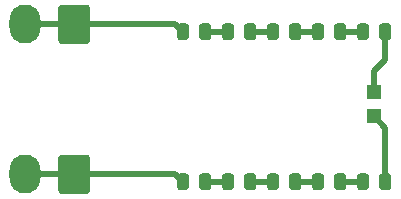
<source format=gbr>
G04 #@! TF.GenerationSoftware,KiCad,Pcbnew,(5.0.2)-1*
G04 #@! TF.CreationDate,2019-03-06T22:55:48-05:00*
G04 #@! TF.ProjectId,v2,76322e6b-6963-4616-945f-706362585858,rev?*
G04 #@! TF.SameCoordinates,Original*
G04 #@! TF.FileFunction,Copper,L1,Top*
G04 #@! TF.FilePolarity,Positive*
%FSLAX46Y46*%
G04 Gerber Fmt 4.6, Leading zero omitted, Abs format (unit mm)*
G04 Created by KiCad (PCBNEW (5.0.2)-1) date 3/6/2019 10:55:48 PM*
%MOMM*%
%LPD*%
G01*
G04 APERTURE LIST*
G04 #@! TA.AperFunction,Conductor*
%ADD10C,0.100000*%
G04 #@! TD*
G04 #@! TA.AperFunction,ComponentPad*
%ADD11C,2.640000*%
G04 #@! TD*
G04 #@! TA.AperFunction,ComponentPad*
%ADD12O,2.640000X3.300000*%
G04 #@! TD*
G04 #@! TA.AperFunction,SMDPad,CuDef*
%ADD13R,1.200000X1.200000*%
G04 #@! TD*
G04 #@! TA.AperFunction,SMDPad,CuDef*
%ADD14C,0.975000*%
G04 #@! TD*
G04 #@! TA.AperFunction,Conductor*
%ADD15C,0.508000*%
G04 #@! TD*
G04 APERTURE END LIST*
D10*
G04 #@! TO.N,Net-(J1-Pad1)*
G04 #@! TO.C,J1*
G36*
X105234504Y-85981204D02*
X105258773Y-85984804D01*
X105282571Y-85990765D01*
X105305671Y-85999030D01*
X105327849Y-86009520D01*
X105348893Y-86022133D01*
X105368598Y-86036747D01*
X105386777Y-86053223D01*
X105403253Y-86071402D01*
X105417867Y-86091107D01*
X105430480Y-86112151D01*
X105440970Y-86134329D01*
X105449235Y-86157429D01*
X105455196Y-86181227D01*
X105458796Y-86205496D01*
X105460000Y-86230000D01*
X105460000Y-89030000D01*
X105458796Y-89054504D01*
X105455196Y-89078773D01*
X105449235Y-89102571D01*
X105440970Y-89125671D01*
X105430480Y-89147849D01*
X105417867Y-89168893D01*
X105403253Y-89188598D01*
X105386777Y-89206777D01*
X105368598Y-89223253D01*
X105348893Y-89237867D01*
X105327849Y-89250480D01*
X105305671Y-89260970D01*
X105282571Y-89269235D01*
X105258773Y-89275196D01*
X105234504Y-89278796D01*
X105210000Y-89280000D01*
X103070000Y-89280000D01*
X103045496Y-89278796D01*
X103021227Y-89275196D01*
X102997429Y-89269235D01*
X102974329Y-89260970D01*
X102952151Y-89250480D01*
X102931107Y-89237867D01*
X102911402Y-89223253D01*
X102893223Y-89206777D01*
X102876747Y-89188598D01*
X102862133Y-89168893D01*
X102849520Y-89147849D01*
X102839030Y-89125671D01*
X102830765Y-89102571D01*
X102824804Y-89078773D01*
X102821204Y-89054504D01*
X102820000Y-89030000D01*
X102820000Y-86230000D01*
X102821204Y-86205496D01*
X102824804Y-86181227D01*
X102830765Y-86157429D01*
X102839030Y-86134329D01*
X102849520Y-86112151D01*
X102862133Y-86091107D01*
X102876747Y-86071402D01*
X102893223Y-86053223D01*
X102911402Y-86036747D01*
X102931107Y-86022133D01*
X102952151Y-86009520D01*
X102974329Y-85999030D01*
X102997429Y-85990765D01*
X103021227Y-85984804D01*
X103045496Y-85981204D01*
X103070000Y-85980000D01*
X105210000Y-85980000D01*
X105234504Y-85981204D01*
X105234504Y-85981204D01*
G37*
D11*
G04 #@! TD*
G04 #@! TO.P,J1,1*
G04 #@! TO.N,Net-(J1-Pad1)*
X104140000Y-87630000D03*
D12*
G04 #@! TO.P,J1,2*
G04 #@! TO.N,Net-(J1-Pad1)*
X100000000Y-87630000D03*
G04 #@! TD*
D10*
G04 #@! TO.N,Net-(J2-Pad1)*
G04 #@! TO.C,J2*
G36*
X105234504Y-73281204D02*
X105258773Y-73284804D01*
X105282571Y-73290765D01*
X105305671Y-73299030D01*
X105327849Y-73309520D01*
X105348893Y-73322133D01*
X105368598Y-73336747D01*
X105386777Y-73353223D01*
X105403253Y-73371402D01*
X105417867Y-73391107D01*
X105430480Y-73412151D01*
X105440970Y-73434329D01*
X105449235Y-73457429D01*
X105455196Y-73481227D01*
X105458796Y-73505496D01*
X105460000Y-73530000D01*
X105460000Y-76330000D01*
X105458796Y-76354504D01*
X105455196Y-76378773D01*
X105449235Y-76402571D01*
X105440970Y-76425671D01*
X105430480Y-76447849D01*
X105417867Y-76468893D01*
X105403253Y-76488598D01*
X105386777Y-76506777D01*
X105368598Y-76523253D01*
X105348893Y-76537867D01*
X105327849Y-76550480D01*
X105305671Y-76560970D01*
X105282571Y-76569235D01*
X105258773Y-76575196D01*
X105234504Y-76578796D01*
X105210000Y-76580000D01*
X103070000Y-76580000D01*
X103045496Y-76578796D01*
X103021227Y-76575196D01*
X102997429Y-76569235D01*
X102974329Y-76560970D01*
X102952151Y-76550480D01*
X102931107Y-76537867D01*
X102911402Y-76523253D01*
X102893223Y-76506777D01*
X102876747Y-76488598D01*
X102862133Y-76468893D01*
X102849520Y-76447849D01*
X102839030Y-76425671D01*
X102830765Y-76402571D01*
X102824804Y-76378773D01*
X102821204Y-76354504D01*
X102820000Y-76330000D01*
X102820000Y-73530000D01*
X102821204Y-73505496D01*
X102824804Y-73481227D01*
X102830765Y-73457429D01*
X102839030Y-73434329D01*
X102849520Y-73412151D01*
X102862133Y-73391107D01*
X102876747Y-73371402D01*
X102893223Y-73353223D01*
X102911402Y-73336747D01*
X102931107Y-73322133D01*
X102952151Y-73309520D01*
X102974329Y-73299030D01*
X102997429Y-73290765D01*
X103021227Y-73284804D01*
X103045496Y-73281204D01*
X103070000Y-73280000D01*
X105210000Y-73280000D01*
X105234504Y-73281204D01*
X105234504Y-73281204D01*
G37*
D11*
G04 #@! TD*
G04 #@! TO.P,J2,1*
G04 #@! TO.N,Net-(J2-Pad1)*
X104140000Y-74930000D03*
D12*
G04 #@! TO.P,J2,2*
G04 #@! TO.N,Net-(J2-Pad1)*
X100000000Y-74930000D03*
G04 #@! TD*
D13*
G04 #@! TO.P,D1,2*
G04 #@! TO.N,Net-(D1-Pad2)*
X129540000Y-82745000D03*
G04 #@! TO.P,D1,1*
G04 #@! TO.N,Net-(D1-Pad1)*
X129540000Y-80645000D03*
G04 #@! TD*
D10*
G04 #@! TO.N,Net-(R1-Pad1)*
G04 #@! TO.C,R1*
G36*
X115505142Y-87566174D02*
X115528803Y-87569684D01*
X115552007Y-87575496D01*
X115574529Y-87583554D01*
X115596153Y-87593782D01*
X115616670Y-87606079D01*
X115635883Y-87620329D01*
X115653607Y-87636393D01*
X115669671Y-87654117D01*
X115683921Y-87673330D01*
X115696218Y-87693847D01*
X115706446Y-87715471D01*
X115714504Y-87737993D01*
X115720316Y-87761197D01*
X115723826Y-87784858D01*
X115725000Y-87808750D01*
X115725000Y-88721250D01*
X115723826Y-88745142D01*
X115720316Y-88768803D01*
X115714504Y-88792007D01*
X115706446Y-88814529D01*
X115696218Y-88836153D01*
X115683921Y-88856670D01*
X115669671Y-88875883D01*
X115653607Y-88893607D01*
X115635883Y-88909671D01*
X115616670Y-88923921D01*
X115596153Y-88936218D01*
X115574529Y-88946446D01*
X115552007Y-88954504D01*
X115528803Y-88960316D01*
X115505142Y-88963826D01*
X115481250Y-88965000D01*
X114993750Y-88965000D01*
X114969858Y-88963826D01*
X114946197Y-88960316D01*
X114922993Y-88954504D01*
X114900471Y-88946446D01*
X114878847Y-88936218D01*
X114858330Y-88923921D01*
X114839117Y-88909671D01*
X114821393Y-88893607D01*
X114805329Y-88875883D01*
X114791079Y-88856670D01*
X114778782Y-88836153D01*
X114768554Y-88814529D01*
X114760496Y-88792007D01*
X114754684Y-88768803D01*
X114751174Y-88745142D01*
X114750000Y-88721250D01*
X114750000Y-87808750D01*
X114751174Y-87784858D01*
X114754684Y-87761197D01*
X114760496Y-87737993D01*
X114768554Y-87715471D01*
X114778782Y-87693847D01*
X114791079Y-87673330D01*
X114805329Y-87654117D01*
X114821393Y-87636393D01*
X114839117Y-87620329D01*
X114858330Y-87606079D01*
X114878847Y-87593782D01*
X114900471Y-87583554D01*
X114922993Y-87575496D01*
X114946197Y-87569684D01*
X114969858Y-87566174D01*
X114993750Y-87565000D01*
X115481250Y-87565000D01*
X115505142Y-87566174D01*
X115505142Y-87566174D01*
G37*
D14*
G04 #@! TD*
G04 #@! TO.P,R1,1*
G04 #@! TO.N,Net-(R1-Pad1)*
X115237500Y-88265000D03*
D10*
G04 #@! TO.N,Net-(J1-Pad1)*
G04 #@! TO.C,R1*
G36*
X113630142Y-87566174D02*
X113653803Y-87569684D01*
X113677007Y-87575496D01*
X113699529Y-87583554D01*
X113721153Y-87593782D01*
X113741670Y-87606079D01*
X113760883Y-87620329D01*
X113778607Y-87636393D01*
X113794671Y-87654117D01*
X113808921Y-87673330D01*
X113821218Y-87693847D01*
X113831446Y-87715471D01*
X113839504Y-87737993D01*
X113845316Y-87761197D01*
X113848826Y-87784858D01*
X113850000Y-87808750D01*
X113850000Y-88721250D01*
X113848826Y-88745142D01*
X113845316Y-88768803D01*
X113839504Y-88792007D01*
X113831446Y-88814529D01*
X113821218Y-88836153D01*
X113808921Y-88856670D01*
X113794671Y-88875883D01*
X113778607Y-88893607D01*
X113760883Y-88909671D01*
X113741670Y-88923921D01*
X113721153Y-88936218D01*
X113699529Y-88946446D01*
X113677007Y-88954504D01*
X113653803Y-88960316D01*
X113630142Y-88963826D01*
X113606250Y-88965000D01*
X113118750Y-88965000D01*
X113094858Y-88963826D01*
X113071197Y-88960316D01*
X113047993Y-88954504D01*
X113025471Y-88946446D01*
X113003847Y-88936218D01*
X112983330Y-88923921D01*
X112964117Y-88909671D01*
X112946393Y-88893607D01*
X112930329Y-88875883D01*
X112916079Y-88856670D01*
X112903782Y-88836153D01*
X112893554Y-88814529D01*
X112885496Y-88792007D01*
X112879684Y-88768803D01*
X112876174Y-88745142D01*
X112875000Y-88721250D01*
X112875000Y-87808750D01*
X112876174Y-87784858D01*
X112879684Y-87761197D01*
X112885496Y-87737993D01*
X112893554Y-87715471D01*
X112903782Y-87693847D01*
X112916079Y-87673330D01*
X112930329Y-87654117D01*
X112946393Y-87636393D01*
X112964117Y-87620329D01*
X112983330Y-87606079D01*
X113003847Y-87593782D01*
X113025471Y-87583554D01*
X113047993Y-87575496D01*
X113071197Y-87569684D01*
X113094858Y-87566174D01*
X113118750Y-87565000D01*
X113606250Y-87565000D01*
X113630142Y-87566174D01*
X113630142Y-87566174D01*
G37*
D14*
G04 #@! TD*
G04 #@! TO.P,R1,2*
G04 #@! TO.N,Net-(J1-Pad1)*
X113362500Y-88265000D03*
D10*
G04 #@! TO.N,Net-(J2-Pad1)*
G04 #@! TO.C,R2*
G36*
X113630142Y-74866174D02*
X113653803Y-74869684D01*
X113677007Y-74875496D01*
X113699529Y-74883554D01*
X113721153Y-74893782D01*
X113741670Y-74906079D01*
X113760883Y-74920329D01*
X113778607Y-74936393D01*
X113794671Y-74954117D01*
X113808921Y-74973330D01*
X113821218Y-74993847D01*
X113831446Y-75015471D01*
X113839504Y-75037993D01*
X113845316Y-75061197D01*
X113848826Y-75084858D01*
X113850000Y-75108750D01*
X113850000Y-76021250D01*
X113848826Y-76045142D01*
X113845316Y-76068803D01*
X113839504Y-76092007D01*
X113831446Y-76114529D01*
X113821218Y-76136153D01*
X113808921Y-76156670D01*
X113794671Y-76175883D01*
X113778607Y-76193607D01*
X113760883Y-76209671D01*
X113741670Y-76223921D01*
X113721153Y-76236218D01*
X113699529Y-76246446D01*
X113677007Y-76254504D01*
X113653803Y-76260316D01*
X113630142Y-76263826D01*
X113606250Y-76265000D01*
X113118750Y-76265000D01*
X113094858Y-76263826D01*
X113071197Y-76260316D01*
X113047993Y-76254504D01*
X113025471Y-76246446D01*
X113003847Y-76236218D01*
X112983330Y-76223921D01*
X112964117Y-76209671D01*
X112946393Y-76193607D01*
X112930329Y-76175883D01*
X112916079Y-76156670D01*
X112903782Y-76136153D01*
X112893554Y-76114529D01*
X112885496Y-76092007D01*
X112879684Y-76068803D01*
X112876174Y-76045142D01*
X112875000Y-76021250D01*
X112875000Y-75108750D01*
X112876174Y-75084858D01*
X112879684Y-75061197D01*
X112885496Y-75037993D01*
X112893554Y-75015471D01*
X112903782Y-74993847D01*
X112916079Y-74973330D01*
X112930329Y-74954117D01*
X112946393Y-74936393D01*
X112964117Y-74920329D01*
X112983330Y-74906079D01*
X113003847Y-74893782D01*
X113025471Y-74883554D01*
X113047993Y-74875496D01*
X113071197Y-74869684D01*
X113094858Y-74866174D01*
X113118750Y-74865000D01*
X113606250Y-74865000D01*
X113630142Y-74866174D01*
X113630142Y-74866174D01*
G37*
D14*
G04 #@! TD*
G04 #@! TO.P,R2,2*
G04 #@! TO.N,Net-(J2-Pad1)*
X113362500Y-75565000D03*
D10*
G04 #@! TO.N,Net-(R2-Pad1)*
G04 #@! TO.C,R2*
G36*
X115505142Y-74866174D02*
X115528803Y-74869684D01*
X115552007Y-74875496D01*
X115574529Y-74883554D01*
X115596153Y-74893782D01*
X115616670Y-74906079D01*
X115635883Y-74920329D01*
X115653607Y-74936393D01*
X115669671Y-74954117D01*
X115683921Y-74973330D01*
X115696218Y-74993847D01*
X115706446Y-75015471D01*
X115714504Y-75037993D01*
X115720316Y-75061197D01*
X115723826Y-75084858D01*
X115725000Y-75108750D01*
X115725000Y-76021250D01*
X115723826Y-76045142D01*
X115720316Y-76068803D01*
X115714504Y-76092007D01*
X115706446Y-76114529D01*
X115696218Y-76136153D01*
X115683921Y-76156670D01*
X115669671Y-76175883D01*
X115653607Y-76193607D01*
X115635883Y-76209671D01*
X115616670Y-76223921D01*
X115596153Y-76236218D01*
X115574529Y-76246446D01*
X115552007Y-76254504D01*
X115528803Y-76260316D01*
X115505142Y-76263826D01*
X115481250Y-76265000D01*
X114993750Y-76265000D01*
X114969858Y-76263826D01*
X114946197Y-76260316D01*
X114922993Y-76254504D01*
X114900471Y-76246446D01*
X114878847Y-76236218D01*
X114858330Y-76223921D01*
X114839117Y-76209671D01*
X114821393Y-76193607D01*
X114805329Y-76175883D01*
X114791079Y-76156670D01*
X114778782Y-76136153D01*
X114768554Y-76114529D01*
X114760496Y-76092007D01*
X114754684Y-76068803D01*
X114751174Y-76045142D01*
X114750000Y-76021250D01*
X114750000Y-75108750D01*
X114751174Y-75084858D01*
X114754684Y-75061197D01*
X114760496Y-75037993D01*
X114768554Y-75015471D01*
X114778782Y-74993847D01*
X114791079Y-74973330D01*
X114805329Y-74954117D01*
X114821393Y-74936393D01*
X114839117Y-74920329D01*
X114858330Y-74906079D01*
X114878847Y-74893782D01*
X114900471Y-74883554D01*
X114922993Y-74875496D01*
X114946197Y-74869684D01*
X114969858Y-74866174D01*
X114993750Y-74865000D01*
X115481250Y-74865000D01*
X115505142Y-74866174D01*
X115505142Y-74866174D01*
G37*
D14*
G04 #@! TD*
G04 #@! TO.P,R2,1*
G04 #@! TO.N,Net-(R2-Pad1)*
X115237500Y-75565000D03*
D10*
G04 #@! TO.N,Net-(R1-Pad1)*
G04 #@! TO.C,R3*
G36*
X117440142Y-87566174D02*
X117463803Y-87569684D01*
X117487007Y-87575496D01*
X117509529Y-87583554D01*
X117531153Y-87593782D01*
X117551670Y-87606079D01*
X117570883Y-87620329D01*
X117588607Y-87636393D01*
X117604671Y-87654117D01*
X117618921Y-87673330D01*
X117631218Y-87693847D01*
X117641446Y-87715471D01*
X117649504Y-87737993D01*
X117655316Y-87761197D01*
X117658826Y-87784858D01*
X117660000Y-87808750D01*
X117660000Y-88721250D01*
X117658826Y-88745142D01*
X117655316Y-88768803D01*
X117649504Y-88792007D01*
X117641446Y-88814529D01*
X117631218Y-88836153D01*
X117618921Y-88856670D01*
X117604671Y-88875883D01*
X117588607Y-88893607D01*
X117570883Y-88909671D01*
X117551670Y-88923921D01*
X117531153Y-88936218D01*
X117509529Y-88946446D01*
X117487007Y-88954504D01*
X117463803Y-88960316D01*
X117440142Y-88963826D01*
X117416250Y-88965000D01*
X116928750Y-88965000D01*
X116904858Y-88963826D01*
X116881197Y-88960316D01*
X116857993Y-88954504D01*
X116835471Y-88946446D01*
X116813847Y-88936218D01*
X116793330Y-88923921D01*
X116774117Y-88909671D01*
X116756393Y-88893607D01*
X116740329Y-88875883D01*
X116726079Y-88856670D01*
X116713782Y-88836153D01*
X116703554Y-88814529D01*
X116695496Y-88792007D01*
X116689684Y-88768803D01*
X116686174Y-88745142D01*
X116685000Y-88721250D01*
X116685000Y-87808750D01*
X116686174Y-87784858D01*
X116689684Y-87761197D01*
X116695496Y-87737993D01*
X116703554Y-87715471D01*
X116713782Y-87693847D01*
X116726079Y-87673330D01*
X116740329Y-87654117D01*
X116756393Y-87636393D01*
X116774117Y-87620329D01*
X116793330Y-87606079D01*
X116813847Y-87593782D01*
X116835471Y-87583554D01*
X116857993Y-87575496D01*
X116881197Y-87569684D01*
X116904858Y-87566174D01*
X116928750Y-87565000D01*
X117416250Y-87565000D01*
X117440142Y-87566174D01*
X117440142Y-87566174D01*
G37*
D14*
G04 #@! TD*
G04 #@! TO.P,R3,2*
G04 #@! TO.N,Net-(R1-Pad1)*
X117172500Y-88265000D03*
D10*
G04 #@! TO.N,Net-(R3-Pad1)*
G04 #@! TO.C,R3*
G36*
X119315142Y-87566174D02*
X119338803Y-87569684D01*
X119362007Y-87575496D01*
X119384529Y-87583554D01*
X119406153Y-87593782D01*
X119426670Y-87606079D01*
X119445883Y-87620329D01*
X119463607Y-87636393D01*
X119479671Y-87654117D01*
X119493921Y-87673330D01*
X119506218Y-87693847D01*
X119516446Y-87715471D01*
X119524504Y-87737993D01*
X119530316Y-87761197D01*
X119533826Y-87784858D01*
X119535000Y-87808750D01*
X119535000Y-88721250D01*
X119533826Y-88745142D01*
X119530316Y-88768803D01*
X119524504Y-88792007D01*
X119516446Y-88814529D01*
X119506218Y-88836153D01*
X119493921Y-88856670D01*
X119479671Y-88875883D01*
X119463607Y-88893607D01*
X119445883Y-88909671D01*
X119426670Y-88923921D01*
X119406153Y-88936218D01*
X119384529Y-88946446D01*
X119362007Y-88954504D01*
X119338803Y-88960316D01*
X119315142Y-88963826D01*
X119291250Y-88965000D01*
X118803750Y-88965000D01*
X118779858Y-88963826D01*
X118756197Y-88960316D01*
X118732993Y-88954504D01*
X118710471Y-88946446D01*
X118688847Y-88936218D01*
X118668330Y-88923921D01*
X118649117Y-88909671D01*
X118631393Y-88893607D01*
X118615329Y-88875883D01*
X118601079Y-88856670D01*
X118588782Y-88836153D01*
X118578554Y-88814529D01*
X118570496Y-88792007D01*
X118564684Y-88768803D01*
X118561174Y-88745142D01*
X118560000Y-88721250D01*
X118560000Y-87808750D01*
X118561174Y-87784858D01*
X118564684Y-87761197D01*
X118570496Y-87737993D01*
X118578554Y-87715471D01*
X118588782Y-87693847D01*
X118601079Y-87673330D01*
X118615329Y-87654117D01*
X118631393Y-87636393D01*
X118649117Y-87620329D01*
X118668330Y-87606079D01*
X118688847Y-87593782D01*
X118710471Y-87583554D01*
X118732993Y-87575496D01*
X118756197Y-87569684D01*
X118779858Y-87566174D01*
X118803750Y-87565000D01*
X119291250Y-87565000D01*
X119315142Y-87566174D01*
X119315142Y-87566174D01*
G37*
D14*
G04 #@! TD*
G04 #@! TO.P,R3,1*
G04 #@! TO.N,Net-(R3-Pad1)*
X119047500Y-88265000D03*
D10*
G04 #@! TO.N,Net-(R4-Pad1)*
G04 #@! TO.C,R4*
G36*
X119315142Y-74866174D02*
X119338803Y-74869684D01*
X119362007Y-74875496D01*
X119384529Y-74883554D01*
X119406153Y-74893782D01*
X119426670Y-74906079D01*
X119445883Y-74920329D01*
X119463607Y-74936393D01*
X119479671Y-74954117D01*
X119493921Y-74973330D01*
X119506218Y-74993847D01*
X119516446Y-75015471D01*
X119524504Y-75037993D01*
X119530316Y-75061197D01*
X119533826Y-75084858D01*
X119535000Y-75108750D01*
X119535000Y-76021250D01*
X119533826Y-76045142D01*
X119530316Y-76068803D01*
X119524504Y-76092007D01*
X119516446Y-76114529D01*
X119506218Y-76136153D01*
X119493921Y-76156670D01*
X119479671Y-76175883D01*
X119463607Y-76193607D01*
X119445883Y-76209671D01*
X119426670Y-76223921D01*
X119406153Y-76236218D01*
X119384529Y-76246446D01*
X119362007Y-76254504D01*
X119338803Y-76260316D01*
X119315142Y-76263826D01*
X119291250Y-76265000D01*
X118803750Y-76265000D01*
X118779858Y-76263826D01*
X118756197Y-76260316D01*
X118732993Y-76254504D01*
X118710471Y-76246446D01*
X118688847Y-76236218D01*
X118668330Y-76223921D01*
X118649117Y-76209671D01*
X118631393Y-76193607D01*
X118615329Y-76175883D01*
X118601079Y-76156670D01*
X118588782Y-76136153D01*
X118578554Y-76114529D01*
X118570496Y-76092007D01*
X118564684Y-76068803D01*
X118561174Y-76045142D01*
X118560000Y-76021250D01*
X118560000Y-75108750D01*
X118561174Y-75084858D01*
X118564684Y-75061197D01*
X118570496Y-75037993D01*
X118578554Y-75015471D01*
X118588782Y-74993847D01*
X118601079Y-74973330D01*
X118615329Y-74954117D01*
X118631393Y-74936393D01*
X118649117Y-74920329D01*
X118668330Y-74906079D01*
X118688847Y-74893782D01*
X118710471Y-74883554D01*
X118732993Y-74875496D01*
X118756197Y-74869684D01*
X118779858Y-74866174D01*
X118803750Y-74865000D01*
X119291250Y-74865000D01*
X119315142Y-74866174D01*
X119315142Y-74866174D01*
G37*
D14*
G04 #@! TD*
G04 #@! TO.P,R4,1*
G04 #@! TO.N,Net-(R4-Pad1)*
X119047500Y-75565000D03*
D10*
G04 #@! TO.N,Net-(R2-Pad1)*
G04 #@! TO.C,R4*
G36*
X117440142Y-74866174D02*
X117463803Y-74869684D01*
X117487007Y-74875496D01*
X117509529Y-74883554D01*
X117531153Y-74893782D01*
X117551670Y-74906079D01*
X117570883Y-74920329D01*
X117588607Y-74936393D01*
X117604671Y-74954117D01*
X117618921Y-74973330D01*
X117631218Y-74993847D01*
X117641446Y-75015471D01*
X117649504Y-75037993D01*
X117655316Y-75061197D01*
X117658826Y-75084858D01*
X117660000Y-75108750D01*
X117660000Y-76021250D01*
X117658826Y-76045142D01*
X117655316Y-76068803D01*
X117649504Y-76092007D01*
X117641446Y-76114529D01*
X117631218Y-76136153D01*
X117618921Y-76156670D01*
X117604671Y-76175883D01*
X117588607Y-76193607D01*
X117570883Y-76209671D01*
X117551670Y-76223921D01*
X117531153Y-76236218D01*
X117509529Y-76246446D01*
X117487007Y-76254504D01*
X117463803Y-76260316D01*
X117440142Y-76263826D01*
X117416250Y-76265000D01*
X116928750Y-76265000D01*
X116904858Y-76263826D01*
X116881197Y-76260316D01*
X116857993Y-76254504D01*
X116835471Y-76246446D01*
X116813847Y-76236218D01*
X116793330Y-76223921D01*
X116774117Y-76209671D01*
X116756393Y-76193607D01*
X116740329Y-76175883D01*
X116726079Y-76156670D01*
X116713782Y-76136153D01*
X116703554Y-76114529D01*
X116695496Y-76092007D01*
X116689684Y-76068803D01*
X116686174Y-76045142D01*
X116685000Y-76021250D01*
X116685000Y-75108750D01*
X116686174Y-75084858D01*
X116689684Y-75061197D01*
X116695496Y-75037993D01*
X116703554Y-75015471D01*
X116713782Y-74993847D01*
X116726079Y-74973330D01*
X116740329Y-74954117D01*
X116756393Y-74936393D01*
X116774117Y-74920329D01*
X116793330Y-74906079D01*
X116813847Y-74893782D01*
X116835471Y-74883554D01*
X116857993Y-74875496D01*
X116881197Y-74869684D01*
X116904858Y-74866174D01*
X116928750Y-74865000D01*
X117416250Y-74865000D01*
X117440142Y-74866174D01*
X117440142Y-74866174D01*
G37*
D14*
G04 #@! TD*
G04 #@! TO.P,R4,2*
G04 #@! TO.N,Net-(R2-Pad1)*
X117172500Y-75565000D03*
D10*
G04 #@! TO.N,Net-(R5-Pad1)*
G04 #@! TO.C,R5*
G36*
X123125142Y-87566174D02*
X123148803Y-87569684D01*
X123172007Y-87575496D01*
X123194529Y-87583554D01*
X123216153Y-87593782D01*
X123236670Y-87606079D01*
X123255883Y-87620329D01*
X123273607Y-87636393D01*
X123289671Y-87654117D01*
X123303921Y-87673330D01*
X123316218Y-87693847D01*
X123326446Y-87715471D01*
X123334504Y-87737993D01*
X123340316Y-87761197D01*
X123343826Y-87784858D01*
X123345000Y-87808750D01*
X123345000Y-88721250D01*
X123343826Y-88745142D01*
X123340316Y-88768803D01*
X123334504Y-88792007D01*
X123326446Y-88814529D01*
X123316218Y-88836153D01*
X123303921Y-88856670D01*
X123289671Y-88875883D01*
X123273607Y-88893607D01*
X123255883Y-88909671D01*
X123236670Y-88923921D01*
X123216153Y-88936218D01*
X123194529Y-88946446D01*
X123172007Y-88954504D01*
X123148803Y-88960316D01*
X123125142Y-88963826D01*
X123101250Y-88965000D01*
X122613750Y-88965000D01*
X122589858Y-88963826D01*
X122566197Y-88960316D01*
X122542993Y-88954504D01*
X122520471Y-88946446D01*
X122498847Y-88936218D01*
X122478330Y-88923921D01*
X122459117Y-88909671D01*
X122441393Y-88893607D01*
X122425329Y-88875883D01*
X122411079Y-88856670D01*
X122398782Y-88836153D01*
X122388554Y-88814529D01*
X122380496Y-88792007D01*
X122374684Y-88768803D01*
X122371174Y-88745142D01*
X122370000Y-88721250D01*
X122370000Y-87808750D01*
X122371174Y-87784858D01*
X122374684Y-87761197D01*
X122380496Y-87737993D01*
X122388554Y-87715471D01*
X122398782Y-87693847D01*
X122411079Y-87673330D01*
X122425329Y-87654117D01*
X122441393Y-87636393D01*
X122459117Y-87620329D01*
X122478330Y-87606079D01*
X122498847Y-87593782D01*
X122520471Y-87583554D01*
X122542993Y-87575496D01*
X122566197Y-87569684D01*
X122589858Y-87566174D01*
X122613750Y-87565000D01*
X123101250Y-87565000D01*
X123125142Y-87566174D01*
X123125142Y-87566174D01*
G37*
D14*
G04 #@! TD*
G04 #@! TO.P,R5,1*
G04 #@! TO.N,Net-(R5-Pad1)*
X122857500Y-88265000D03*
D10*
G04 #@! TO.N,Net-(R3-Pad1)*
G04 #@! TO.C,R5*
G36*
X121250142Y-87566174D02*
X121273803Y-87569684D01*
X121297007Y-87575496D01*
X121319529Y-87583554D01*
X121341153Y-87593782D01*
X121361670Y-87606079D01*
X121380883Y-87620329D01*
X121398607Y-87636393D01*
X121414671Y-87654117D01*
X121428921Y-87673330D01*
X121441218Y-87693847D01*
X121451446Y-87715471D01*
X121459504Y-87737993D01*
X121465316Y-87761197D01*
X121468826Y-87784858D01*
X121470000Y-87808750D01*
X121470000Y-88721250D01*
X121468826Y-88745142D01*
X121465316Y-88768803D01*
X121459504Y-88792007D01*
X121451446Y-88814529D01*
X121441218Y-88836153D01*
X121428921Y-88856670D01*
X121414671Y-88875883D01*
X121398607Y-88893607D01*
X121380883Y-88909671D01*
X121361670Y-88923921D01*
X121341153Y-88936218D01*
X121319529Y-88946446D01*
X121297007Y-88954504D01*
X121273803Y-88960316D01*
X121250142Y-88963826D01*
X121226250Y-88965000D01*
X120738750Y-88965000D01*
X120714858Y-88963826D01*
X120691197Y-88960316D01*
X120667993Y-88954504D01*
X120645471Y-88946446D01*
X120623847Y-88936218D01*
X120603330Y-88923921D01*
X120584117Y-88909671D01*
X120566393Y-88893607D01*
X120550329Y-88875883D01*
X120536079Y-88856670D01*
X120523782Y-88836153D01*
X120513554Y-88814529D01*
X120505496Y-88792007D01*
X120499684Y-88768803D01*
X120496174Y-88745142D01*
X120495000Y-88721250D01*
X120495000Y-87808750D01*
X120496174Y-87784858D01*
X120499684Y-87761197D01*
X120505496Y-87737993D01*
X120513554Y-87715471D01*
X120523782Y-87693847D01*
X120536079Y-87673330D01*
X120550329Y-87654117D01*
X120566393Y-87636393D01*
X120584117Y-87620329D01*
X120603330Y-87606079D01*
X120623847Y-87593782D01*
X120645471Y-87583554D01*
X120667993Y-87575496D01*
X120691197Y-87569684D01*
X120714858Y-87566174D01*
X120738750Y-87565000D01*
X121226250Y-87565000D01*
X121250142Y-87566174D01*
X121250142Y-87566174D01*
G37*
D14*
G04 #@! TD*
G04 #@! TO.P,R5,2*
G04 #@! TO.N,Net-(R3-Pad1)*
X120982500Y-88265000D03*
D10*
G04 #@! TO.N,Net-(R4-Pad1)*
G04 #@! TO.C,R6*
G36*
X121250142Y-74866174D02*
X121273803Y-74869684D01*
X121297007Y-74875496D01*
X121319529Y-74883554D01*
X121341153Y-74893782D01*
X121361670Y-74906079D01*
X121380883Y-74920329D01*
X121398607Y-74936393D01*
X121414671Y-74954117D01*
X121428921Y-74973330D01*
X121441218Y-74993847D01*
X121451446Y-75015471D01*
X121459504Y-75037993D01*
X121465316Y-75061197D01*
X121468826Y-75084858D01*
X121470000Y-75108750D01*
X121470000Y-76021250D01*
X121468826Y-76045142D01*
X121465316Y-76068803D01*
X121459504Y-76092007D01*
X121451446Y-76114529D01*
X121441218Y-76136153D01*
X121428921Y-76156670D01*
X121414671Y-76175883D01*
X121398607Y-76193607D01*
X121380883Y-76209671D01*
X121361670Y-76223921D01*
X121341153Y-76236218D01*
X121319529Y-76246446D01*
X121297007Y-76254504D01*
X121273803Y-76260316D01*
X121250142Y-76263826D01*
X121226250Y-76265000D01*
X120738750Y-76265000D01*
X120714858Y-76263826D01*
X120691197Y-76260316D01*
X120667993Y-76254504D01*
X120645471Y-76246446D01*
X120623847Y-76236218D01*
X120603330Y-76223921D01*
X120584117Y-76209671D01*
X120566393Y-76193607D01*
X120550329Y-76175883D01*
X120536079Y-76156670D01*
X120523782Y-76136153D01*
X120513554Y-76114529D01*
X120505496Y-76092007D01*
X120499684Y-76068803D01*
X120496174Y-76045142D01*
X120495000Y-76021250D01*
X120495000Y-75108750D01*
X120496174Y-75084858D01*
X120499684Y-75061197D01*
X120505496Y-75037993D01*
X120513554Y-75015471D01*
X120523782Y-74993847D01*
X120536079Y-74973330D01*
X120550329Y-74954117D01*
X120566393Y-74936393D01*
X120584117Y-74920329D01*
X120603330Y-74906079D01*
X120623847Y-74893782D01*
X120645471Y-74883554D01*
X120667993Y-74875496D01*
X120691197Y-74869684D01*
X120714858Y-74866174D01*
X120738750Y-74865000D01*
X121226250Y-74865000D01*
X121250142Y-74866174D01*
X121250142Y-74866174D01*
G37*
D14*
G04 #@! TD*
G04 #@! TO.P,R6,2*
G04 #@! TO.N,Net-(R4-Pad1)*
X120982500Y-75565000D03*
D10*
G04 #@! TO.N,Net-(R6-Pad1)*
G04 #@! TO.C,R6*
G36*
X123125142Y-74866174D02*
X123148803Y-74869684D01*
X123172007Y-74875496D01*
X123194529Y-74883554D01*
X123216153Y-74893782D01*
X123236670Y-74906079D01*
X123255883Y-74920329D01*
X123273607Y-74936393D01*
X123289671Y-74954117D01*
X123303921Y-74973330D01*
X123316218Y-74993847D01*
X123326446Y-75015471D01*
X123334504Y-75037993D01*
X123340316Y-75061197D01*
X123343826Y-75084858D01*
X123345000Y-75108750D01*
X123345000Y-76021250D01*
X123343826Y-76045142D01*
X123340316Y-76068803D01*
X123334504Y-76092007D01*
X123326446Y-76114529D01*
X123316218Y-76136153D01*
X123303921Y-76156670D01*
X123289671Y-76175883D01*
X123273607Y-76193607D01*
X123255883Y-76209671D01*
X123236670Y-76223921D01*
X123216153Y-76236218D01*
X123194529Y-76246446D01*
X123172007Y-76254504D01*
X123148803Y-76260316D01*
X123125142Y-76263826D01*
X123101250Y-76265000D01*
X122613750Y-76265000D01*
X122589858Y-76263826D01*
X122566197Y-76260316D01*
X122542993Y-76254504D01*
X122520471Y-76246446D01*
X122498847Y-76236218D01*
X122478330Y-76223921D01*
X122459117Y-76209671D01*
X122441393Y-76193607D01*
X122425329Y-76175883D01*
X122411079Y-76156670D01*
X122398782Y-76136153D01*
X122388554Y-76114529D01*
X122380496Y-76092007D01*
X122374684Y-76068803D01*
X122371174Y-76045142D01*
X122370000Y-76021250D01*
X122370000Y-75108750D01*
X122371174Y-75084858D01*
X122374684Y-75061197D01*
X122380496Y-75037993D01*
X122388554Y-75015471D01*
X122398782Y-74993847D01*
X122411079Y-74973330D01*
X122425329Y-74954117D01*
X122441393Y-74936393D01*
X122459117Y-74920329D01*
X122478330Y-74906079D01*
X122498847Y-74893782D01*
X122520471Y-74883554D01*
X122542993Y-74875496D01*
X122566197Y-74869684D01*
X122589858Y-74866174D01*
X122613750Y-74865000D01*
X123101250Y-74865000D01*
X123125142Y-74866174D01*
X123125142Y-74866174D01*
G37*
D14*
G04 #@! TD*
G04 #@! TO.P,R6,1*
G04 #@! TO.N,Net-(R6-Pad1)*
X122857500Y-75565000D03*
D10*
G04 #@! TO.N,Net-(R5-Pad1)*
G04 #@! TO.C,R7*
G36*
X125060142Y-87566174D02*
X125083803Y-87569684D01*
X125107007Y-87575496D01*
X125129529Y-87583554D01*
X125151153Y-87593782D01*
X125171670Y-87606079D01*
X125190883Y-87620329D01*
X125208607Y-87636393D01*
X125224671Y-87654117D01*
X125238921Y-87673330D01*
X125251218Y-87693847D01*
X125261446Y-87715471D01*
X125269504Y-87737993D01*
X125275316Y-87761197D01*
X125278826Y-87784858D01*
X125280000Y-87808750D01*
X125280000Y-88721250D01*
X125278826Y-88745142D01*
X125275316Y-88768803D01*
X125269504Y-88792007D01*
X125261446Y-88814529D01*
X125251218Y-88836153D01*
X125238921Y-88856670D01*
X125224671Y-88875883D01*
X125208607Y-88893607D01*
X125190883Y-88909671D01*
X125171670Y-88923921D01*
X125151153Y-88936218D01*
X125129529Y-88946446D01*
X125107007Y-88954504D01*
X125083803Y-88960316D01*
X125060142Y-88963826D01*
X125036250Y-88965000D01*
X124548750Y-88965000D01*
X124524858Y-88963826D01*
X124501197Y-88960316D01*
X124477993Y-88954504D01*
X124455471Y-88946446D01*
X124433847Y-88936218D01*
X124413330Y-88923921D01*
X124394117Y-88909671D01*
X124376393Y-88893607D01*
X124360329Y-88875883D01*
X124346079Y-88856670D01*
X124333782Y-88836153D01*
X124323554Y-88814529D01*
X124315496Y-88792007D01*
X124309684Y-88768803D01*
X124306174Y-88745142D01*
X124305000Y-88721250D01*
X124305000Y-87808750D01*
X124306174Y-87784858D01*
X124309684Y-87761197D01*
X124315496Y-87737993D01*
X124323554Y-87715471D01*
X124333782Y-87693847D01*
X124346079Y-87673330D01*
X124360329Y-87654117D01*
X124376393Y-87636393D01*
X124394117Y-87620329D01*
X124413330Y-87606079D01*
X124433847Y-87593782D01*
X124455471Y-87583554D01*
X124477993Y-87575496D01*
X124501197Y-87569684D01*
X124524858Y-87566174D01*
X124548750Y-87565000D01*
X125036250Y-87565000D01*
X125060142Y-87566174D01*
X125060142Y-87566174D01*
G37*
D14*
G04 #@! TD*
G04 #@! TO.P,R7,2*
G04 #@! TO.N,Net-(R5-Pad1)*
X124792500Y-88265000D03*
D10*
G04 #@! TO.N,Net-(R7-Pad1)*
G04 #@! TO.C,R7*
G36*
X126935142Y-87566174D02*
X126958803Y-87569684D01*
X126982007Y-87575496D01*
X127004529Y-87583554D01*
X127026153Y-87593782D01*
X127046670Y-87606079D01*
X127065883Y-87620329D01*
X127083607Y-87636393D01*
X127099671Y-87654117D01*
X127113921Y-87673330D01*
X127126218Y-87693847D01*
X127136446Y-87715471D01*
X127144504Y-87737993D01*
X127150316Y-87761197D01*
X127153826Y-87784858D01*
X127155000Y-87808750D01*
X127155000Y-88721250D01*
X127153826Y-88745142D01*
X127150316Y-88768803D01*
X127144504Y-88792007D01*
X127136446Y-88814529D01*
X127126218Y-88836153D01*
X127113921Y-88856670D01*
X127099671Y-88875883D01*
X127083607Y-88893607D01*
X127065883Y-88909671D01*
X127046670Y-88923921D01*
X127026153Y-88936218D01*
X127004529Y-88946446D01*
X126982007Y-88954504D01*
X126958803Y-88960316D01*
X126935142Y-88963826D01*
X126911250Y-88965000D01*
X126423750Y-88965000D01*
X126399858Y-88963826D01*
X126376197Y-88960316D01*
X126352993Y-88954504D01*
X126330471Y-88946446D01*
X126308847Y-88936218D01*
X126288330Y-88923921D01*
X126269117Y-88909671D01*
X126251393Y-88893607D01*
X126235329Y-88875883D01*
X126221079Y-88856670D01*
X126208782Y-88836153D01*
X126198554Y-88814529D01*
X126190496Y-88792007D01*
X126184684Y-88768803D01*
X126181174Y-88745142D01*
X126180000Y-88721250D01*
X126180000Y-87808750D01*
X126181174Y-87784858D01*
X126184684Y-87761197D01*
X126190496Y-87737993D01*
X126198554Y-87715471D01*
X126208782Y-87693847D01*
X126221079Y-87673330D01*
X126235329Y-87654117D01*
X126251393Y-87636393D01*
X126269117Y-87620329D01*
X126288330Y-87606079D01*
X126308847Y-87593782D01*
X126330471Y-87583554D01*
X126352993Y-87575496D01*
X126376197Y-87569684D01*
X126399858Y-87566174D01*
X126423750Y-87565000D01*
X126911250Y-87565000D01*
X126935142Y-87566174D01*
X126935142Y-87566174D01*
G37*
D14*
G04 #@! TD*
G04 #@! TO.P,R7,1*
G04 #@! TO.N,Net-(R7-Pad1)*
X126667500Y-88265000D03*
D10*
G04 #@! TO.N,Net-(R10-Pad2)*
G04 #@! TO.C,R8*
G36*
X126935142Y-74866174D02*
X126958803Y-74869684D01*
X126982007Y-74875496D01*
X127004529Y-74883554D01*
X127026153Y-74893782D01*
X127046670Y-74906079D01*
X127065883Y-74920329D01*
X127083607Y-74936393D01*
X127099671Y-74954117D01*
X127113921Y-74973330D01*
X127126218Y-74993847D01*
X127136446Y-75015471D01*
X127144504Y-75037993D01*
X127150316Y-75061197D01*
X127153826Y-75084858D01*
X127155000Y-75108750D01*
X127155000Y-76021250D01*
X127153826Y-76045142D01*
X127150316Y-76068803D01*
X127144504Y-76092007D01*
X127136446Y-76114529D01*
X127126218Y-76136153D01*
X127113921Y-76156670D01*
X127099671Y-76175883D01*
X127083607Y-76193607D01*
X127065883Y-76209671D01*
X127046670Y-76223921D01*
X127026153Y-76236218D01*
X127004529Y-76246446D01*
X126982007Y-76254504D01*
X126958803Y-76260316D01*
X126935142Y-76263826D01*
X126911250Y-76265000D01*
X126423750Y-76265000D01*
X126399858Y-76263826D01*
X126376197Y-76260316D01*
X126352993Y-76254504D01*
X126330471Y-76246446D01*
X126308847Y-76236218D01*
X126288330Y-76223921D01*
X126269117Y-76209671D01*
X126251393Y-76193607D01*
X126235329Y-76175883D01*
X126221079Y-76156670D01*
X126208782Y-76136153D01*
X126198554Y-76114529D01*
X126190496Y-76092007D01*
X126184684Y-76068803D01*
X126181174Y-76045142D01*
X126180000Y-76021250D01*
X126180000Y-75108750D01*
X126181174Y-75084858D01*
X126184684Y-75061197D01*
X126190496Y-75037993D01*
X126198554Y-75015471D01*
X126208782Y-74993847D01*
X126221079Y-74973330D01*
X126235329Y-74954117D01*
X126251393Y-74936393D01*
X126269117Y-74920329D01*
X126288330Y-74906079D01*
X126308847Y-74893782D01*
X126330471Y-74883554D01*
X126352993Y-74875496D01*
X126376197Y-74869684D01*
X126399858Y-74866174D01*
X126423750Y-74865000D01*
X126911250Y-74865000D01*
X126935142Y-74866174D01*
X126935142Y-74866174D01*
G37*
D14*
G04 #@! TD*
G04 #@! TO.P,R8,1*
G04 #@! TO.N,Net-(R10-Pad2)*
X126667500Y-75565000D03*
D10*
G04 #@! TO.N,Net-(R6-Pad1)*
G04 #@! TO.C,R8*
G36*
X125060142Y-74866174D02*
X125083803Y-74869684D01*
X125107007Y-74875496D01*
X125129529Y-74883554D01*
X125151153Y-74893782D01*
X125171670Y-74906079D01*
X125190883Y-74920329D01*
X125208607Y-74936393D01*
X125224671Y-74954117D01*
X125238921Y-74973330D01*
X125251218Y-74993847D01*
X125261446Y-75015471D01*
X125269504Y-75037993D01*
X125275316Y-75061197D01*
X125278826Y-75084858D01*
X125280000Y-75108750D01*
X125280000Y-76021250D01*
X125278826Y-76045142D01*
X125275316Y-76068803D01*
X125269504Y-76092007D01*
X125261446Y-76114529D01*
X125251218Y-76136153D01*
X125238921Y-76156670D01*
X125224671Y-76175883D01*
X125208607Y-76193607D01*
X125190883Y-76209671D01*
X125171670Y-76223921D01*
X125151153Y-76236218D01*
X125129529Y-76246446D01*
X125107007Y-76254504D01*
X125083803Y-76260316D01*
X125060142Y-76263826D01*
X125036250Y-76265000D01*
X124548750Y-76265000D01*
X124524858Y-76263826D01*
X124501197Y-76260316D01*
X124477993Y-76254504D01*
X124455471Y-76246446D01*
X124433847Y-76236218D01*
X124413330Y-76223921D01*
X124394117Y-76209671D01*
X124376393Y-76193607D01*
X124360329Y-76175883D01*
X124346079Y-76156670D01*
X124333782Y-76136153D01*
X124323554Y-76114529D01*
X124315496Y-76092007D01*
X124309684Y-76068803D01*
X124306174Y-76045142D01*
X124305000Y-76021250D01*
X124305000Y-75108750D01*
X124306174Y-75084858D01*
X124309684Y-75061197D01*
X124315496Y-75037993D01*
X124323554Y-75015471D01*
X124333782Y-74993847D01*
X124346079Y-74973330D01*
X124360329Y-74954117D01*
X124376393Y-74936393D01*
X124394117Y-74920329D01*
X124413330Y-74906079D01*
X124433847Y-74893782D01*
X124455471Y-74883554D01*
X124477993Y-74875496D01*
X124501197Y-74869684D01*
X124524858Y-74866174D01*
X124548750Y-74865000D01*
X125036250Y-74865000D01*
X125060142Y-74866174D01*
X125060142Y-74866174D01*
G37*
D14*
G04 #@! TD*
G04 #@! TO.P,R8,2*
G04 #@! TO.N,Net-(R6-Pad1)*
X124792500Y-75565000D03*
D10*
G04 #@! TO.N,Net-(D1-Pad2)*
G04 #@! TO.C,R9*
G36*
X130745142Y-87566174D02*
X130768803Y-87569684D01*
X130792007Y-87575496D01*
X130814529Y-87583554D01*
X130836153Y-87593782D01*
X130856670Y-87606079D01*
X130875883Y-87620329D01*
X130893607Y-87636393D01*
X130909671Y-87654117D01*
X130923921Y-87673330D01*
X130936218Y-87693847D01*
X130946446Y-87715471D01*
X130954504Y-87737993D01*
X130960316Y-87761197D01*
X130963826Y-87784858D01*
X130965000Y-87808750D01*
X130965000Y-88721250D01*
X130963826Y-88745142D01*
X130960316Y-88768803D01*
X130954504Y-88792007D01*
X130946446Y-88814529D01*
X130936218Y-88836153D01*
X130923921Y-88856670D01*
X130909671Y-88875883D01*
X130893607Y-88893607D01*
X130875883Y-88909671D01*
X130856670Y-88923921D01*
X130836153Y-88936218D01*
X130814529Y-88946446D01*
X130792007Y-88954504D01*
X130768803Y-88960316D01*
X130745142Y-88963826D01*
X130721250Y-88965000D01*
X130233750Y-88965000D01*
X130209858Y-88963826D01*
X130186197Y-88960316D01*
X130162993Y-88954504D01*
X130140471Y-88946446D01*
X130118847Y-88936218D01*
X130098330Y-88923921D01*
X130079117Y-88909671D01*
X130061393Y-88893607D01*
X130045329Y-88875883D01*
X130031079Y-88856670D01*
X130018782Y-88836153D01*
X130008554Y-88814529D01*
X130000496Y-88792007D01*
X129994684Y-88768803D01*
X129991174Y-88745142D01*
X129990000Y-88721250D01*
X129990000Y-87808750D01*
X129991174Y-87784858D01*
X129994684Y-87761197D01*
X130000496Y-87737993D01*
X130008554Y-87715471D01*
X130018782Y-87693847D01*
X130031079Y-87673330D01*
X130045329Y-87654117D01*
X130061393Y-87636393D01*
X130079117Y-87620329D01*
X130098330Y-87606079D01*
X130118847Y-87593782D01*
X130140471Y-87583554D01*
X130162993Y-87575496D01*
X130186197Y-87569684D01*
X130209858Y-87566174D01*
X130233750Y-87565000D01*
X130721250Y-87565000D01*
X130745142Y-87566174D01*
X130745142Y-87566174D01*
G37*
D14*
G04 #@! TD*
G04 #@! TO.P,R9,1*
G04 #@! TO.N,Net-(D1-Pad2)*
X130477500Y-88265000D03*
D10*
G04 #@! TO.N,Net-(R7-Pad1)*
G04 #@! TO.C,R9*
G36*
X128870142Y-87566174D02*
X128893803Y-87569684D01*
X128917007Y-87575496D01*
X128939529Y-87583554D01*
X128961153Y-87593782D01*
X128981670Y-87606079D01*
X129000883Y-87620329D01*
X129018607Y-87636393D01*
X129034671Y-87654117D01*
X129048921Y-87673330D01*
X129061218Y-87693847D01*
X129071446Y-87715471D01*
X129079504Y-87737993D01*
X129085316Y-87761197D01*
X129088826Y-87784858D01*
X129090000Y-87808750D01*
X129090000Y-88721250D01*
X129088826Y-88745142D01*
X129085316Y-88768803D01*
X129079504Y-88792007D01*
X129071446Y-88814529D01*
X129061218Y-88836153D01*
X129048921Y-88856670D01*
X129034671Y-88875883D01*
X129018607Y-88893607D01*
X129000883Y-88909671D01*
X128981670Y-88923921D01*
X128961153Y-88936218D01*
X128939529Y-88946446D01*
X128917007Y-88954504D01*
X128893803Y-88960316D01*
X128870142Y-88963826D01*
X128846250Y-88965000D01*
X128358750Y-88965000D01*
X128334858Y-88963826D01*
X128311197Y-88960316D01*
X128287993Y-88954504D01*
X128265471Y-88946446D01*
X128243847Y-88936218D01*
X128223330Y-88923921D01*
X128204117Y-88909671D01*
X128186393Y-88893607D01*
X128170329Y-88875883D01*
X128156079Y-88856670D01*
X128143782Y-88836153D01*
X128133554Y-88814529D01*
X128125496Y-88792007D01*
X128119684Y-88768803D01*
X128116174Y-88745142D01*
X128115000Y-88721250D01*
X128115000Y-87808750D01*
X128116174Y-87784858D01*
X128119684Y-87761197D01*
X128125496Y-87737993D01*
X128133554Y-87715471D01*
X128143782Y-87693847D01*
X128156079Y-87673330D01*
X128170329Y-87654117D01*
X128186393Y-87636393D01*
X128204117Y-87620329D01*
X128223330Y-87606079D01*
X128243847Y-87593782D01*
X128265471Y-87583554D01*
X128287993Y-87575496D01*
X128311197Y-87569684D01*
X128334858Y-87566174D01*
X128358750Y-87565000D01*
X128846250Y-87565000D01*
X128870142Y-87566174D01*
X128870142Y-87566174D01*
G37*
D14*
G04 #@! TD*
G04 #@! TO.P,R9,2*
G04 #@! TO.N,Net-(R7-Pad1)*
X128602500Y-88265000D03*
D10*
G04 #@! TO.N,Net-(R10-Pad2)*
G04 #@! TO.C,R10*
G36*
X128870142Y-74866174D02*
X128893803Y-74869684D01*
X128917007Y-74875496D01*
X128939529Y-74883554D01*
X128961153Y-74893782D01*
X128981670Y-74906079D01*
X129000883Y-74920329D01*
X129018607Y-74936393D01*
X129034671Y-74954117D01*
X129048921Y-74973330D01*
X129061218Y-74993847D01*
X129071446Y-75015471D01*
X129079504Y-75037993D01*
X129085316Y-75061197D01*
X129088826Y-75084858D01*
X129090000Y-75108750D01*
X129090000Y-76021250D01*
X129088826Y-76045142D01*
X129085316Y-76068803D01*
X129079504Y-76092007D01*
X129071446Y-76114529D01*
X129061218Y-76136153D01*
X129048921Y-76156670D01*
X129034671Y-76175883D01*
X129018607Y-76193607D01*
X129000883Y-76209671D01*
X128981670Y-76223921D01*
X128961153Y-76236218D01*
X128939529Y-76246446D01*
X128917007Y-76254504D01*
X128893803Y-76260316D01*
X128870142Y-76263826D01*
X128846250Y-76265000D01*
X128358750Y-76265000D01*
X128334858Y-76263826D01*
X128311197Y-76260316D01*
X128287993Y-76254504D01*
X128265471Y-76246446D01*
X128243847Y-76236218D01*
X128223330Y-76223921D01*
X128204117Y-76209671D01*
X128186393Y-76193607D01*
X128170329Y-76175883D01*
X128156079Y-76156670D01*
X128143782Y-76136153D01*
X128133554Y-76114529D01*
X128125496Y-76092007D01*
X128119684Y-76068803D01*
X128116174Y-76045142D01*
X128115000Y-76021250D01*
X128115000Y-75108750D01*
X128116174Y-75084858D01*
X128119684Y-75061197D01*
X128125496Y-75037993D01*
X128133554Y-75015471D01*
X128143782Y-74993847D01*
X128156079Y-74973330D01*
X128170329Y-74954117D01*
X128186393Y-74936393D01*
X128204117Y-74920329D01*
X128223330Y-74906079D01*
X128243847Y-74893782D01*
X128265471Y-74883554D01*
X128287993Y-74875496D01*
X128311197Y-74869684D01*
X128334858Y-74866174D01*
X128358750Y-74865000D01*
X128846250Y-74865000D01*
X128870142Y-74866174D01*
X128870142Y-74866174D01*
G37*
D14*
G04 #@! TD*
G04 #@! TO.P,R10,2*
G04 #@! TO.N,Net-(R10-Pad2)*
X128602500Y-75565000D03*
D10*
G04 #@! TO.N,Net-(D1-Pad1)*
G04 #@! TO.C,R10*
G36*
X130745142Y-74866174D02*
X130768803Y-74869684D01*
X130792007Y-74875496D01*
X130814529Y-74883554D01*
X130836153Y-74893782D01*
X130856670Y-74906079D01*
X130875883Y-74920329D01*
X130893607Y-74936393D01*
X130909671Y-74954117D01*
X130923921Y-74973330D01*
X130936218Y-74993847D01*
X130946446Y-75015471D01*
X130954504Y-75037993D01*
X130960316Y-75061197D01*
X130963826Y-75084858D01*
X130965000Y-75108750D01*
X130965000Y-76021250D01*
X130963826Y-76045142D01*
X130960316Y-76068803D01*
X130954504Y-76092007D01*
X130946446Y-76114529D01*
X130936218Y-76136153D01*
X130923921Y-76156670D01*
X130909671Y-76175883D01*
X130893607Y-76193607D01*
X130875883Y-76209671D01*
X130856670Y-76223921D01*
X130836153Y-76236218D01*
X130814529Y-76246446D01*
X130792007Y-76254504D01*
X130768803Y-76260316D01*
X130745142Y-76263826D01*
X130721250Y-76265000D01*
X130233750Y-76265000D01*
X130209858Y-76263826D01*
X130186197Y-76260316D01*
X130162993Y-76254504D01*
X130140471Y-76246446D01*
X130118847Y-76236218D01*
X130098330Y-76223921D01*
X130079117Y-76209671D01*
X130061393Y-76193607D01*
X130045329Y-76175883D01*
X130031079Y-76156670D01*
X130018782Y-76136153D01*
X130008554Y-76114529D01*
X130000496Y-76092007D01*
X129994684Y-76068803D01*
X129991174Y-76045142D01*
X129990000Y-76021250D01*
X129990000Y-75108750D01*
X129991174Y-75084858D01*
X129994684Y-75061197D01*
X130000496Y-75037993D01*
X130008554Y-75015471D01*
X130018782Y-74993847D01*
X130031079Y-74973330D01*
X130045329Y-74954117D01*
X130061393Y-74936393D01*
X130079117Y-74920329D01*
X130098330Y-74906079D01*
X130118847Y-74893782D01*
X130140471Y-74883554D01*
X130162993Y-74875496D01*
X130186197Y-74869684D01*
X130209858Y-74866174D01*
X130233750Y-74865000D01*
X130721250Y-74865000D01*
X130745142Y-74866174D01*
X130745142Y-74866174D01*
G37*
D14*
G04 #@! TD*
G04 #@! TO.P,R10,1*
G04 #@! TO.N,Net-(D1-Pad1)*
X130477500Y-75565000D03*
D15*
G04 #@! TO.N,Net-(D1-Pad1)*
X129540000Y-80645000D02*
X129540000Y-78905000D01*
X130477500Y-75565000D02*
X130477500Y-77967500D01*
X130477500Y-77967500D02*
X129540000Y-78905000D01*
G04 #@! TO.N,Net-(D1-Pad2)*
X130477500Y-83682500D02*
X129540000Y-82745000D01*
X130477500Y-88265000D02*
X130477500Y-83682500D01*
G04 #@! TO.N,Net-(J1-Pad1)*
X100000000Y-87630000D02*
X104140000Y-87630000D01*
X112727500Y-87630000D02*
X113362500Y-88265000D01*
X104140000Y-87630000D02*
X112727500Y-87630000D01*
G04 #@! TO.N,Net-(R1-Pad1)*
X117172500Y-88265000D02*
X115237500Y-88265000D01*
G04 #@! TO.N,Net-(R2-Pad1)*
X115237500Y-75565000D02*
X117172500Y-75565000D01*
G04 #@! TO.N,Net-(R3-Pad1)*
X120982500Y-88265000D02*
X119047500Y-88265000D01*
G04 #@! TO.N,Net-(R4-Pad1)*
X119047500Y-75565000D02*
X120982500Y-75565000D01*
G04 #@! TO.N,Net-(R5-Pad1)*
X124792500Y-88265000D02*
X122857500Y-88265000D01*
G04 #@! TO.N,Net-(R6-Pad1)*
X122857500Y-75565000D02*
X124792500Y-75565000D01*
G04 #@! TO.N,Net-(R7-Pad1)*
X128602500Y-88265000D02*
X126667500Y-88265000D01*
G04 #@! TO.N,Net-(R10-Pad2)*
X126667500Y-75565000D02*
X128602500Y-75565000D01*
G04 #@! TO.N,Net-(J2-Pad1)*
X100000000Y-74930000D02*
X104140000Y-74930000D01*
X112727500Y-74930000D02*
X113362500Y-75565000D01*
X104140000Y-74930000D02*
X112727500Y-74930000D01*
G04 #@! TD*
M02*

</source>
